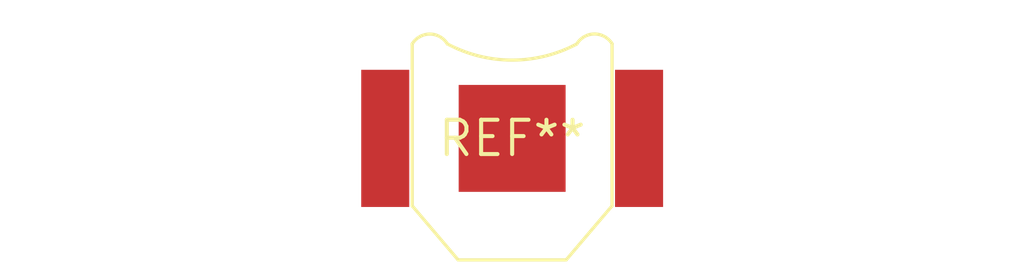
<source format=kicad_pcb>
(kicad_pcb (version 20240108) (generator pcbnew)
  (layers (0 "F.Cu" signal) (31 "B.Cu" signal) (34 "B.Paste" user) (35 "F.Paste" user) (36 "B.SilkS" user "B.Silkscreen") (37 "F.SilkS" user "F.Silkscreen") (38 "B.Mask" user) (39 "F.Mask" user) (44 "Edge.Cuts" user))
  (net 0 "")
  (footprint "BatteryHolder_Keystone_2998_1x6.8mm" (layer "F.Cu") (at 0 0)
    (property "Reference" "REF**")
    (property "Value" "BatteryHolder_Keystone_2998_1x6.8mm")
    (fp_line (start -3.7 -3.5) (end -3.7 2.5) (layer "F.SilkS") (stroke (width 0.12)))
    (fp_line (start -2 4.5) (end -3.7 2.5) (layer "F.SilkS") (stroke (width 0.12)))
    (fp_line (start -2 4.5) (end 2 4.5) (layer "F.SilkS") (stroke (width 0.12)))
    (fp_line (start 2 4.5) (end 3.7 2.5) (layer "F.SilkS") (stroke (width 0.12)))
    (fp_line (start 3.7 -3.5) (end 3.7 2.5) (layer "F.SilkS") (stroke (width 0.12)))
    (fp_arc (start -3.705648 -3.490673) (mid -3.055452 -3.863197) (end -2.4 -3.5) (layer "F.SilkS") (stroke (width 0.12)))
    (fp_arc (start 2.391383 -3.495415) (mid -0.00488 -2.900002) (end -2.4 -3.5) (layer "F.SilkS") (stroke (width 0.12)))
    (fp_arc (start 2.392627 -3.493972) (mid 3.046477 -3.866382) (end 3.703723 -3.5) (layer "F.SilkS") (stroke (width 0.12)))
    (pad "1" smd rect (at -4.7 0) (size 1.78 5.08) (layers "F.Cu" "F.Paste" "F.Mask"))
    (pad "1" smd rect (at 4.7 0) (size 1.78 5.08) (layers "F.Cu" "F.Paste" "F.Mask"))
    (pad "2" smd rect (at 0 0) (size 3.96 3.96) (layers "F.Cu" "F.Paste" "F.Mask"))
  )
)
</source>
